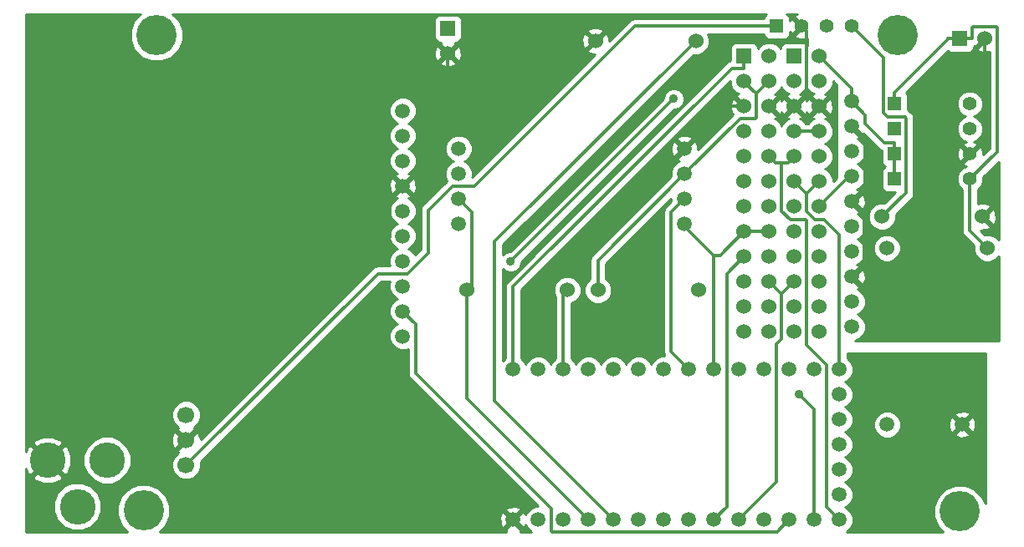
<source format=gbl>
G04 (created by PCBNEW-RS274X (2012-apr-16-27)-stable) date Wed 26 Mar 2014 03:50:35 PM EDT*
G01*
G70*
G90*
%MOIN*%
G04 Gerber Fmt 3.4, Leading zero omitted, Abs format*
%FSLAX34Y34*%
G04 APERTURE LIST*
%ADD10C,0.006000*%
%ADD11C,0.141700*%
%ADD12C,0.059100*%
%ADD13C,0.060000*%
%ADD14C,0.066900*%
%ADD15R,0.060000X0.060000*%
%ADD16R,0.055000X0.055000*%
%ADD17C,0.055000*%
%ADD18C,0.160000*%
%ADD19C,0.035000*%
%ADD20C,0.014000*%
%ADD21C,0.013900*%
%ADD22C,0.010000*%
G04 APERTURE END LIST*
G54D10*
G54D11*
X40158Y-48819D03*
X42520Y-48819D03*
X41339Y-50669D03*
G54D12*
X54303Y-38870D03*
X54303Y-39870D03*
X54303Y-37870D03*
X54303Y-40870D03*
X54303Y-41870D03*
X54303Y-42870D03*
X54303Y-43870D03*
X54303Y-36870D03*
X54303Y-35870D03*
X54303Y-34870D03*
G54D13*
X66075Y-42028D03*
X62075Y-42028D03*
X73591Y-40354D03*
X77591Y-40354D03*
X73400Y-39100D03*
X77400Y-39100D03*
X56858Y-42028D03*
X60858Y-42028D03*
G54D14*
X45669Y-49016D03*
X45669Y-48016D03*
X45669Y-47016D03*
G54D15*
X69900Y-32700D03*
G54D13*
X70900Y-32700D03*
X69900Y-33700D03*
X70900Y-33700D03*
X69900Y-34700D03*
X70900Y-34700D03*
X69900Y-35700D03*
X70900Y-35700D03*
X69900Y-36700D03*
X70900Y-36700D03*
X69900Y-37700D03*
X70900Y-37700D03*
X69900Y-38700D03*
X70900Y-38700D03*
X69900Y-39700D03*
X70900Y-39700D03*
X69900Y-40700D03*
X70900Y-40700D03*
X69900Y-41700D03*
X70900Y-41700D03*
X69900Y-42700D03*
X70900Y-42700D03*
X69900Y-43700D03*
X70900Y-43700D03*
G54D15*
X67900Y-32700D03*
G54D13*
X68900Y-32700D03*
X67900Y-33700D03*
X68900Y-33700D03*
X67900Y-34700D03*
X68900Y-34700D03*
X67900Y-35700D03*
X68900Y-35700D03*
X67900Y-36700D03*
X68900Y-36700D03*
X67900Y-37700D03*
X68900Y-37700D03*
X67900Y-38700D03*
X68900Y-38700D03*
X67900Y-39700D03*
X68900Y-39700D03*
X67900Y-40700D03*
X68900Y-40700D03*
X67900Y-41700D03*
X68900Y-41700D03*
X67900Y-42700D03*
X68900Y-42700D03*
X67900Y-43700D03*
X68900Y-43700D03*
G54D15*
X56102Y-31587D03*
G54D13*
X56102Y-32587D03*
G54D16*
X73900Y-37600D03*
G54D17*
X76900Y-37600D03*
G54D16*
X73900Y-34600D03*
G54D17*
X76900Y-34600D03*
G54D16*
X73900Y-36600D03*
G54D17*
X76900Y-36600D03*
G54D16*
X73900Y-35600D03*
G54D17*
X76900Y-35600D03*
G54D16*
X69200Y-31500D03*
G54D17*
X70200Y-31500D03*
X71200Y-31500D03*
X72200Y-31500D03*
G54D12*
X72200Y-38500D03*
X72200Y-37500D03*
X72200Y-36500D03*
X72200Y-34500D03*
X72200Y-35500D03*
X72200Y-39500D03*
X72200Y-40500D03*
X72200Y-41500D03*
X72200Y-42500D03*
X72200Y-43500D03*
X56531Y-36394D03*
X56531Y-37394D03*
X56531Y-38394D03*
X56531Y-39394D03*
X65531Y-39394D03*
X65531Y-38394D03*
X65531Y-37394D03*
X65531Y-36394D03*
G54D18*
X43976Y-50827D03*
G54D13*
X61976Y-32087D03*
X65976Y-32087D03*
G54D12*
X73604Y-47400D03*
X76596Y-47400D03*
G54D18*
X44488Y-31850D03*
X74016Y-31850D03*
X76496Y-50866D03*
G54D12*
X58700Y-51200D03*
X59700Y-51200D03*
X60700Y-51200D03*
X71700Y-51200D03*
X61700Y-51200D03*
X62700Y-51200D03*
X63700Y-51200D03*
X64700Y-51200D03*
X65700Y-51200D03*
X66700Y-51200D03*
X67700Y-51200D03*
X68700Y-51200D03*
X69700Y-51200D03*
X70700Y-51200D03*
X71700Y-45200D03*
X70700Y-45200D03*
X69700Y-45200D03*
X68700Y-45200D03*
X67700Y-45200D03*
X66700Y-45200D03*
X65700Y-45200D03*
X64700Y-45200D03*
X63700Y-45200D03*
X62700Y-45200D03*
X61700Y-45200D03*
X60700Y-45200D03*
X59700Y-45200D03*
X58700Y-45200D03*
X71700Y-50200D03*
X71700Y-49200D03*
X71700Y-48200D03*
X71700Y-47200D03*
X71700Y-46200D03*
G54D15*
X76500Y-32000D03*
G54D13*
X77500Y-32000D03*
G54D19*
X70100Y-46200D03*
X65100Y-34400D03*
X58600Y-40900D03*
X73400Y-46700D03*
G54D20*
X67751Y-35174D02*
X65531Y-37394D01*
X68360Y-35174D02*
X67751Y-35174D01*
X68374Y-35160D02*
X68360Y-35174D01*
X68374Y-34200D02*
X68374Y-35160D01*
X62075Y-40850D02*
X62075Y-42028D01*
X65531Y-37394D02*
X62075Y-40850D01*
X60700Y-42186D02*
X60858Y-42028D01*
X60700Y-45200D02*
X60700Y-42186D01*
X68400Y-34200D02*
X68374Y-34200D01*
X68900Y-33700D02*
X68400Y-34200D01*
X67900Y-33726D02*
X67900Y-33700D01*
X68374Y-34200D02*
X67900Y-33726D01*
X73900Y-37600D02*
X73900Y-36600D01*
X73900Y-36600D02*
X73900Y-36152D01*
X72736Y-35036D02*
X72200Y-34500D01*
X72736Y-35396D02*
X72736Y-35036D01*
X73492Y-36152D02*
X72736Y-35396D01*
X73900Y-36152D02*
X73492Y-36152D01*
X72200Y-34000D02*
X70900Y-32700D01*
X72200Y-34500D02*
X72200Y-34000D01*
X67900Y-32700D02*
X67900Y-33173D01*
X67427Y-33173D02*
X67900Y-33173D01*
X58700Y-41900D02*
X67427Y-33173D01*
X58700Y-45200D02*
X58700Y-41900D01*
X77500Y-36000D02*
X76900Y-36600D01*
X77500Y-32000D02*
X77500Y-36000D01*
X72697Y-41003D02*
X72697Y-38997D01*
X72730Y-36030D02*
X72730Y-37970D01*
X72730Y-37970D02*
X72200Y-38500D01*
X72200Y-35500D02*
X72730Y-36030D01*
X72200Y-41500D02*
X72697Y-41003D01*
X72697Y-38997D02*
X72200Y-38500D01*
X69400Y-36950D02*
X69150Y-36950D01*
X69400Y-36950D02*
X69400Y-38869D01*
X71200Y-45034D02*
X71200Y-50700D01*
X70400Y-39253D02*
X70400Y-44234D01*
X70360Y-39213D02*
X70400Y-39253D01*
X70400Y-44234D02*
X71200Y-45034D01*
X69150Y-36950D02*
X68900Y-36700D01*
X69650Y-36950D02*
X69400Y-36950D01*
X69400Y-38869D02*
X69744Y-39213D01*
X71200Y-50700D02*
X71700Y-51200D01*
X69744Y-39213D02*
X70360Y-39213D01*
X69900Y-36700D02*
X69650Y-36950D01*
G54D21*
X70100Y-46200D02*
X70700Y-46800D01*
X70700Y-46800D02*
X70700Y-51200D01*
X65100Y-34400D02*
X58600Y-40900D01*
G54D20*
X70900Y-35700D02*
X69900Y-35700D01*
X66700Y-51200D02*
X67208Y-50692D01*
X67208Y-50692D02*
X67208Y-41392D01*
X67208Y-41392D02*
X67900Y-40700D01*
X70400Y-38200D02*
X70900Y-37700D01*
X71096Y-39226D02*
X70737Y-39226D01*
X70737Y-39226D02*
X70400Y-38889D01*
X70400Y-38889D02*
X70400Y-38200D01*
X70400Y-38200D02*
X69900Y-37700D01*
X71700Y-39830D02*
X71096Y-39226D01*
X71700Y-45200D02*
X71700Y-39830D01*
X72100Y-37500D02*
X72200Y-37500D01*
X65700Y-45200D02*
X65001Y-44501D01*
X65001Y-38924D02*
X65531Y-38394D01*
X65001Y-44501D02*
X65001Y-38924D01*
X70900Y-38700D02*
X72100Y-37500D01*
X68900Y-39700D02*
X67900Y-39700D01*
X66700Y-45200D02*
X66700Y-40658D01*
X66942Y-40658D02*
X66700Y-40658D01*
X67900Y-39700D02*
X66942Y-40658D01*
X65531Y-39489D02*
X65531Y-39394D01*
X66700Y-40658D02*
X65531Y-39489D01*
X69400Y-42200D02*
X69900Y-41700D01*
X69400Y-43974D02*
X69400Y-42200D01*
X69200Y-44174D02*
X69400Y-43974D01*
X69200Y-49700D02*
X69200Y-44174D01*
X67700Y-51200D02*
X69200Y-49700D01*
X69400Y-42200D02*
X68900Y-41700D01*
X70200Y-31500D02*
X70374Y-31674D01*
X67225Y-34700D02*
X67900Y-34700D01*
X53773Y-38400D02*
X54303Y-37870D01*
X70400Y-34200D02*
X70374Y-34200D01*
X70900Y-34700D02*
X70400Y-34200D01*
X69900Y-34674D02*
X69900Y-34700D01*
X70374Y-34200D02*
X69900Y-34674D01*
X65531Y-36394D02*
X67225Y-34700D01*
G54D21*
X73400Y-46700D02*
X75900Y-46700D01*
X75900Y-46700D02*
X76596Y-47396D01*
G54D20*
X54303Y-37870D02*
X56102Y-36071D01*
G54D21*
X76596Y-47396D02*
X76596Y-47400D01*
G54D20*
X70374Y-31674D02*
X70374Y-34200D01*
X53773Y-39912D02*
X53773Y-38400D01*
X45669Y-48016D02*
X53773Y-39912D01*
X56102Y-36071D02*
X56102Y-32587D01*
X60270Y-51695D02*
X60230Y-51655D01*
X69700Y-51200D02*
X69205Y-51695D01*
X69205Y-51695D02*
X60270Y-51695D01*
X60230Y-51655D02*
X60230Y-50760D01*
X54833Y-45363D02*
X54833Y-43400D01*
X54833Y-43400D02*
X54303Y-42870D01*
X60230Y-50760D02*
X54833Y-45363D01*
X57061Y-38924D02*
X56531Y-38394D01*
X57061Y-41825D02*
X57061Y-38924D01*
X56858Y-42028D02*
X57061Y-41825D01*
X56858Y-46358D02*
X56858Y-42028D01*
X61700Y-51200D02*
X56858Y-46358D01*
X55330Y-38857D02*
X55330Y-40537D01*
X54497Y-41370D02*
X53315Y-41370D01*
X55330Y-40537D02*
X54497Y-41370D01*
X53315Y-41370D02*
X45669Y-49016D01*
X56293Y-37894D02*
X55330Y-38857D01*
X63539Y-31500D02*
X57145Y-37894D01*
X69200Y-31500D02*
X63539Y-31500D01*
X57145Y-37894D02*
X56293Y-37894D01*
X74349Y-38151D02*
X73400Y-39100D01*
X74349Y-35169D02*
X74349Y-38151D01*
X74309Y-35129D02*
X74349Y-35169D01*
X73634Y-35129D02*
X74309Y-35129D01*
X73452Y-34947D02*
X73634Y-35129D01*
X73452Y-32752D02*
X73452Y-34947D01*
X72200Y-31500D02*
X73452Y-32752D01*
X57967Y-40096D02*
X65976Y-32087D01*
X57967Y-46467D02*
X57967Y-40096D01*
X62700Y-51200D02*
X57967Y-46467D01*
X76027Y-32025D02*
X73900Y-34152D01*
X76027Y-32000D02*
X76027Y-32025D01*
X73900Y-34600D02*
X73900Y-34152D01*
X76900Y-39663D02*
X76900Y-37600D01*
X77591Y-40354D02*
X76900Y-39663D01*
X76500Y-32000D02*
X76973Y-32000D01*
X76973Y-31567D02*
X76973Y-32000D01*
X77013Y-31527D02*
X76973Y-31567D01*
X77953Y-31527D02*
X77013Y-31527D01*
X77992Y-31566D02*
X77953Y-31527D01*
X77992Y-36508D02*
X77992Y-31566D01*
X76900Y-37600D02*
X77992Y-36508D01*
X76500Y-32000D02*
X76027Y-32000D01*
G54D10*
G36*
X67971Y-34700D02*
X67900Y-34771D01*
X67829Y-34700D01*
X67794Y-34665D01*
X67522Y-34392D01*
X67428Y-34419D01*
X67357Y-34621D01*
X67368Y-34834D01*
X67428Y-34981D01*
X67466Y-34992D01*
X67434Y-35025D01*
X67440Y-35031D01*
X66067Y-36405D01*
X66059Y-36260D01*
X65999Y-36115D01*
X65906Y-36090D01*
X65835Y-36161D01*
X65835Y-36019D01*
X65810Y-35926D01*
X65609Y-35854D01*
X65397Y-35866D01*
X65252Y-35926D01*
X65227Y-36019D01*
X65531Y-36323D01*
X65835Y-36019D01*
X65835Y-36161D01*
X65637Y-36359D01*
X65602Y-36394D01*
X65531Y-36465D01*
X65496Y-36500D01*
X65460Y-36536D01*
X65460Y-36394D01*
X65156Y-36090D01*
X65063Y-36115D01*
X64991Y-36316D01*
X65003Y-36528D01*
X65063Y-36673D01*
X65156Y-36698D01*
X65460Y-36394D01*
X65460Y-36536D01*
X65227Y-36769D01*
X65252Y-36862D01*
X65328Y-36889D01*
X65223Y-36933D01*
X65070Y-37086D01*
X64987Y-37286D01*
X64987Y-37485D01*
X61849Y-40624D01*
X61779Y-40727D01*
X61755Y-40850D01*
X61755Y-41572D01*
X61610Y-41717D01*
X61526Y-41919D01*
X61526Y-42137D01*
X61610Y-42339D01*
X61764Y-42493D01*
X61966Y-42577D01*
X62184Y-42577D01*
X62386Y-42493D01*
X62540Y-42339D01*
X62624Y-42137D01*
X62624Y-41919D01*
X62540Y-41717D01*
X62395Y-41572D01*
X62395Y-40982D01*
X64987Y-38390D01*
X64987Y-38485D01*
X64775Y-38698D01*
X64705Y-38801D01*
X64681Y-38924D01*
X64681Y-44501D01*
X64705Y-44624D01*
X64726Y-44656D01*
X64592Y-44656D01*
X64392Y-44739D01*
X64239Y-44892D01*
X64200Y-44985D01*
X64161Y-44892D01*
X64008Y-44739D01*
X63808Y-44656D01*
X63592Y-44656D01*
X63392Y-44739D01*
X63239Y-44892D01*
X63200Y-44985D01*
X63161Y-44892D01*
X63008Y-44739D01*
X62808Y-44656D01*
X62592Y-44656D01*
X62392Y-44739D01*
X62239Y-44892D01*
X62200Y-44985D01*
X62161Y-44892D01*
X62008Y-44739D01*
X61808Y-44656D01*
X61592Y-44656D01*
X61392Y-44739D01*
X61239Y-44892D01*
X61200Y-44985D01*
X61161Y-44892D01*
X61020Y-44751D01*
X61020Y-42554D01*
X61169Y-42493D01*
X61323Y-42339D01*
X61407Y-42137D01*
X61407Y-41919D01*
X61323Y-41717D01*
X61169Y-41563D01*
X60967Y-41479D01*
X60749Y-41479D01*
X60547Y-41563D01*
X60393Y-41717D01*
X60309Y-41919D01*
X60309Y-42137D01*
X60380Y-42307D01*
X60380Y-44751D01*
X60239Y-44892D01*
X60200Y-44985D01*
X60161Y-44892D01*
X60008Y-44739D01*
X59808Y-44656D01*
X59592Y-44656D01*
X59392Y-44739D01*
X59239Y-44892D01*
X59200Y-44985D01*
X59161Y-44892D01*
X59020Y-44751D01*
X59020Y-42032D01*
X67351Y-33701D01*
X67351Y-33809D01*
X67435Y-34011D01*
X67589Y-34165D01*
X67680Y-34202D01*
X67619Y-34228D01*
X67592Y-34322D01*
X67865Y-34594D01*
X67900Y-34629D01*
X67971Y-34700D01*
X67971Y-34700D01*
G37*
G54D22*
X67971Y-34700D02*
X67900Y-34771D01*
X67829Y-34700D01*
X67794Y-34665D01*
X67522Y-34392D01*
X67428Y-34419D01*
X67357Y-34621D01*
X67368Y-34834D01*
X67428Y-34981D01*
X67466Y-34992D01*
X67434Y-35025D01*
X67440Y-35031D01*
X66067Y-36405D01*
X66059Y-36260D01*
X65999Y-36115D01*
X65906Y-36090D01*
X65835Y-36161D01*
X65835Y-36019D01*
X65810Y-35926D01*
X65609Y-35854D01*
X65397Y-35866D01*
X65252Y-35926D01*
X65227Y-36019D01*
X65531Y-36323D01*
X65835Y-36019D01*
X65835Y-36161D01*
X65637Y-36359D01*
X65602Y-36394D01*
X65531Y-36465D01*
X65496Y-36500D01*
X65460Y-36536D01*
X65460Y-36394D01*
X65156Y-36090D01*
X65063Y-36115D01*
X64991Y-36316D01*
X65003Y-36528D01*
X65063Y-36673D01*
X65156Y-36698D01*
X65460Y-36394D01*
X65460Y-36536D01*
X65227Y-36769D01*
X65252Y-36862D01*
X65328Y-36889D01*
X65223Y-36933D01*
X65070Y-37086D01*
X64987Y-37286D01*
X64987Y-37485D01*
X61849Y-40624D01*
X61779Y-40727D01*
X61755Y-40850D01*
X61755Y-41572D01*
X61610Y-41717D01*
X61526Y-41919D01*
X61526Y-42137D01*
X61610Y-42339D01*
X61764Y-42493D01*
X61966Y-42577D01*
X62184Y-42577D01*
X62386Y-42493D01*
X62540Y-42339D01*
X62624Y-42137D01*
X62624Y-41919D01*
X62540Y-41717D01*
X62395Y-41572D01*
X62395Y-40982D01*
X64987Y-38390D01*
X64987Y-38485D01*
X64775Y-38698D01*
X64705Y-38801D01*
X64681Y-38924D01*
X64681Y-44501D01*
X64705Y-44624D01*
X64726Y-44656D01*
X64592Y-44656D01*
X64392Y-44739D01*
X64239Y-44892D01*
X64200Y-44985D01*
X64161Y-44892D01*
X64008Y-44739D01*
X63808Y-44656D01*
X63592Y-44656D01*
X63392Y-44739D01*
X63239Y-44892D01*
X63200Y-44985D01*
X63161Y-44892D01*
X63008Y-44739D01*
X62808Y-44656D01*
X62592Y-44656D01*
X62392Y-44739D01*
X62239Y-44892D01*
X62200Y-44985D01*
X62161Y-44892D01*
X62008Y-44739D01*
X61808Y-44656D01*
X61592Y-44656D01*
X61392Y-44739D01*
X61239Y-44892D01*
X61200Y-44985D01*
X61161Y-44892D01*
X61020Y-44751D01*
X61020Y-42554D01*
X61169Y-42493D01*
X61323Y-42339D01*
X61407Y-42137D01*
X61407Y-41919D01*
X61323Y-41717D01*
X61169Y-41563D01*
X60967Y-41479D01*
X60749Y-41479D01*
X60547Y-41563D01*
X60393Y-41717D01*
X60309Y-41919D01*
X60309Y-42137D01*
X60380Y-42307D01*
X60380Y-44751D01*
X60239Y-44892D01*
X60200Y-44985D01*
X60161Y-44892D01*
X60008Y-44739D01*
X59808Y-44656D01*
X59592Y-44656D01*
X59392Y-44739D01*
X59239Y-44892D01*
X59200Y-44985D01*
X59161Y-44892D01*
X59020Y-44751D01*
X59020Y-42032D01*
X67351Y-33701D01*
X67351Y-33809D01*
X67435Y-34011D01*
X67589Y-34165D01*
X67680Y-34202D01*
X67619Y-34228D01*
X67592Y-34322D01*
X67865Y-34594D01*
X67900Y-34629D01*
X67971Y-34700D01*
G54D10*
G36*
X68796Y-31009D02*
X68784Y-31014D01*
X68714Y-31084D01*
X68676Y-31175D01*
X68676Y-31180D01*
X63539Y-31180D01*
X63417Y-31204D01*
X63382Y-31227D01*
X63312Y-31274D01*
X62514Y-32071D01*
X62508Y-31953D01*
X62448Y-31806D01*
X62354Y-31779D01*
X62284Y-31849D01*
X62284Y-31709D01*
X62257Y-31615D01*
X62055Y-31544D01*
X61842Y-31555D01*
X61695Y-31615D01*
X61668Y-31709D01*
X61976Y-32016D01*
X62284Y-31709D01*
X62284Y-31849D01*
X62047Y-32087D01*
X61976Y-32158D01*
X61905Y-32228D01*
X61905Y-32087D01*
X61598Y-31779D01*
X61504Y-31806D01*
X61433Y-32008D01*
X61444Y-32221D01*
X61504Y-32368D01*
X61598Y-32395D01*
X61905Y-32087D01*
X61905Y-32228D01*
X61668Y-32465D01*
X61695Y-32559D01*
X61897Y-32630D01*
X61959Y-32626D01*
X57067Y-37519D01*
X57075Y-37502D01*
X57075Y-37286D01*
X56992Y-37086D01*
X56839Y-36933D01*
X56745Y-36894D01*
X56839Y-36855D01*
X56992Y-36702D01*
X57075Y-36502D01*
X57075Y-36286D01*
X56992Y-36086D01*
X56839Y-35933D01*
X56651Y-35854D01*
X56651Y-31937D01*
X56651Y-31838D01*
X56651Y-31238D01*
X56613Y-31146D01*
X56543Y-31076D01*
X56452Y-31038D01*
X56353Y-31038D01*
X55753Y-31038D01*
X55661Y-31076D01*
X55591Y-31146D01*
X55553Y-31237D01*
X55553Y-31336D01*
X55553Y-31936D01*
X55591Y-32028D01*
X55661Y-32098D01*
X55752Y-32136D01*
X55814Y-32136D01*
X55794Y-32209D01*
X56102Y-32516D01*
X56410Y-32209D01*
X56389Y-32136D01*
X56451Y-32136D01*
X56543Y-32098D01*
X56613Y-32028D01*
X56651Y-31937D01*
X56651Y-35854D01*
X56645Y-35852D01*
X56645Y-32666D01*
X56634Y-32453D01*
X56574Y-32306D01*
X56480Y-32279D01*
X56173Y-32587D01*
X56480Y-32895D01*
X56574Y-32868D01*
X56645Y-32666D01*
X56645Y-35852D01*
X56639Y-35850D01*
X56423Y-35850D01*
X56410Y-35855D01*
X56410Y-32965D01*
X56102Y-32658D01*
X56031Y-32728D01*
X56031Y-32587D01*
X55724Y-32279D01*
X55630Y-32306D01*
X55559Y-32508D01*
X55570Y-32721D01*
X55630Y-32868D01*
X55724Y-32895D01*
X56031Y-32587D01*
X56031Y-32728D01*
X55794Y-32965D01*
X55821Y-33059D01*
X56023Y-33130D01*
X56236Y-33119D01*
X56383Y-33059D01*
X56410Y-32965D01*
X56410Y-35855D01*
X56223Y-35933D01*
X56070Y-36086D01*
X55987Y-36286D01*
X55987Y-36502D01*
X56070Y-36702D01*
X56223Y-36855D01*
X56316Y-36894D01*
X56223Y-36933D01*
X56070Y-37086D01*
X55987Y-37286D01*
X55987Y-37502D01*
X56058Y-37675D01*
X55104Y-38631D01*
X55034Y-38734D01*
X55010Y-38857D01*
X55010Y-40405D01*
X54790Y-40624D01*
X54764Y-40562D01*
X54611Y-40409D01*
X54517Y-40370D01*
X54611Y-40331D01*
X54764Y-40178D01*
X54847Y-39978D01*
X54847Y-39762D01*
X54764Y-39562D01*
X54611Y-39409D01*
X54517Y-39370D01*
X54611Y-39331D01*
X54764Y-39178D01*
X54847Y-38978D01*
X54847Y-38762D01*
X54847Y-36978D01*
X54847Y-36762D01*
X54764Y-36562D01*
X54611Y-36409D01*
X54517Y-36370D01*
X54611Y-36331D01*
X54764Y-36178D01*
X54847Y-35978D01*
X54847Y-35762D01*
X54764Y-35562D01*
X54611Y-35409D01*
X54517Y-35370D01*
X54611Y-35331D01*
X54764Y-35178D01*
X54847Y-34978D01*
X54847Y-34762D01*
X54764Y-34562D01*
X54611Y-34409D01*
X54411Y-34326D01*
X54195Y-34326D01*
X53995Y-34409D01*
X53842Y-34562D01*
X53759Y-34762D01*
X53759Y-34978D01*
X53842Y-35178D01*
X53995Y-35331D01*
X54088Y-35370D01*
X53995Y-35409D01*
X53842Y-35562D01*
X53759Y-35762D01*
X53759Y-35978D01*
X53842Y-36178D01*
X53995Y-36331D01*
X54088Y-36370D01*
X53995Y-36409D01*
X53842Y-36562D01*
X53759Y-36762D01*
X53759Y-36978D01*
X53842Y-37178D01*
X53995Y-37331D01*
X54095Y-37372D01*
X54024Y-37402D01*
X53999Y-37495D01*
X54303Y-37799D01*
X54607Y-37495D01*
X54582Y-37402D01*
X54505Y-37374D01*
X54611Y-37331D01*
X54764Y-37178D01*
X54847Y-36978D01*
X54847Y-38762D01*
X54843Y-38752D01*
X54843Y-37948D01*
X54831Y-37736D01*
X54771Y-37591D01*
X54678Y-37566D01*
X54374Y-37870D01*
X54678Y-38174D01*
X54771Y-38149D01*
X54843Y-37948D01*
X54843Y-38752D01*
X54764Y-38562D01*
X54611Y-38409D01*
X54510Y-38367D01*
X54582Y-38338D01*
X54607Y-38245D01*
X54303Y-37941D01*
X54232Y-38012D01*
X54232Y-37870D01*
X53928Y-37566D01*
X53835Y-37591D01*
X53763Y-37792D01*
X53775Y-38004D01*
X53835Y-38149D01*
X53928Y-38174D01*
X54232Y-37870D01*
X54232Y-38012D01*
X53999Y-38245D01*
X54024Y-38338D01*
X54100Y-38365D01*
X53995Y-38409D01*
X53842Y-38562D01*
X53759Y-38762D01*
X53759Y-38978D01*
X53842Y-39178D01*
X53995Y-39331D01*
X54088Y-39370D01*
X53995Y-39409D01*
X53842Y-39562D01*
X53759Y-39762D01*
X53759Y-39978D01*
X53842Y-40178D01*
X53995Y-40331D01*
X54088Y-40370D01*
X53995Y-40409D01*
X53842Y-40562D01*
X53759Y-40762D01*
X53759Y-40978D01*
X53788Y-41050D01*
X53315Y-41050D01*
X53192Y-41074D01*
X53089Y-41144D01*
X46253Y-47979D01*
X46253Y-47132D01*
X46253Y-46900D01*
X46164Y-46685D01*
X46000Y-46521D01*
X45785Y-46432D01*
X45553Y-46432D01*
X45338Y-46521D01*
X45174Y-46685D01*
X45085Y-46900D01*
X45085Y-47132D01*
X45174Y-47347D01*
X45338Y-47511D01*
X45366Y-47522D01*
X45337Y-47614D01*
X45669Y-47945D01*
X46001Y-47614D01*
X45971Y-47522D01*
X46000Y-47511D01*
X46164Y-47347D01*
X46253Y-47132D01*
X46253Y-47979D01*
X46240Y-47992D01*
X46235Y-47876D01*
X46168Y-47715D01*
X46071Y-47684D01*
X45740Y-48016D01*
X45669Y-48087D01*
X45598Y-48157D01*
X45598Y-48016D01*
X45267Y-47684D01*
X45170Y-47715D01*
X45093Y-47929D01*
X45103Y-48156D01*
X45170Y-48317D01*
X45267Y-48348D01*
X45598Y-48016D01*
X45598Y-48157D01*
X45337Y-48418D01*
X45366Y-48509D01*
X45338Y-48521D01*
X45174Y-48685D01*
X45085Y-48900D01*
X45085Y-49132D01*
X45174Y-49347D01*
X45338Y-49511D01*
X45553Y-49600D01*
X45785Y-49600D01*
X46000Y-49511D01*
X46164Y-49347D01*
X46253Y-49132D01*
X46253Y-48900D01*
X46248Y-48888D01*
X53447Y-41690D01*
X53788Y-41690D01*
X53759Y-41762D01*
X53759Y-41978D01*
X53842Y-42178D01*
X53995Y-42331D01*
X54088Y-42370D01*
X53995Y-42409D01*
X53842Y-42562D01*
X53759Y-42762D01*
X53759Y-42978D01*
X53842Y-43178D01*
X53995Y-43331D01*
X54088Y-43370D01*
X53995Y-43409D01*
X53842Y-43562D01*
X53759Y-43762D01*
X53759Y-43978D01*
X53842Y-44178D01*
X53995Y-44331D01*
X54195Y-44414D01*
X54411Y-44414D01*
X54513Y-44371D01*
X54513Y-45363D01*
X54537Y-45486D01*
X54607Y-45589D01*
X59673Y-50656D01*
X59592Y-50656D01*
X59392Y-50739D01*
X59239Y-50892D01*
X59197Y-50992D01*
X59168Y-50921D01*
X59075Y-50896D01*
X59004Y-50967D01*
X59004Y-50825D01*
X58979Y-50732D01*
X58778Y-50660D01*
X58566Y-50672D01*
X58421Y-50732D01*
X58396Y-50825D01*
X58700Y-51129D01*
X59004Y-50825D01*
X59004Y-50967D01*
X58771Y-51200D01*
X59075Y-51504D01*
X59168Y-51479D01*
X59195Y-51402D01*
X59239Y-51508D01*
X59392Y-51661D01*
X59411Y-51669D01*
X58976Y-51669D01*
X58979Y-51668D01*
X59004Y-51575D01*
X58700Y-51271D01*
X58629Y-51342D01*
X58629Y-51200D01*
X58325Y-50896D01*
X58232Y-50921D01*
X58160Y-51122D01*
X58172Y-51334D01*
X58232Y-51479D01*
X58325Y-51504D01*
X58629Y-51200D01*
X58629Y-51342D01*
X58396Y-51575D01*
X58421Y-51668D01*
X58423Y-51669D01*
X44618Y-51669D01*
X44866Y-51422D01*
X45026Y-51037D01*
X45026Y-50619D01*
X44866Y-50233D01*
X44571Y-49937D01*
X44186Y-49777D01*
X43768Y-49777D01*
X43477Y-49897D01*
X43477Y-49010D01*
X43477Y-48629D01*
X43331Y-48277D01*
X43062Y-48008D01*
X42711Y-47862D01*
X42330Y-47862D01*
X41978Y-48008D01*
X41709Y-48277D01*
X41563Y-48628D01*
X41563Y-49009D01*
X41709Y-49361D01*
X41978Y-49630D01*
X42329Y-49776D01*
X42710Y-49776D01*
X43062Y-49630D01*
X43331Y-49361D01*
X43477Y-49010D01*
X43477Y-49897D01*
X43382Y-49937D01*
X43086Y-50232D01*
X42926Y-50617D01*
X42926Y-51035D01*
X43086Y-51421D01*
X43333Y-51669D01*
X42296Y-51669D01*
X42296Y-50860D01*
X42296Y-50479D01*
X42150Y-50127D01*
X41881Y-49858D01*
X41530Y-49712D01*
X41149Y-49712D01*
X41099Y-49732D01*
X41099Y-48994D01*
X41095Y-48620D01*
X40961Y-48298D01*
X40826Y-48222D01*
X40755Y-48293D01*
X40755Y-48151D01*
X40679Y-48016D01*
X40333Y-47878D01*
X39959Y-47882D01*
X39637Y-48016D01*
X39561Y-48151D01*
X40158Y-48748D01*
X40755Y-48151D01*
X40755Y-48293D01*
X40229Y-48819D01*
X40826Y-49416D01*
X40961Y-49340D01*
X41099Y-48994D01*
X41099Y-49732D01*
X40797Y-49858D01*
X40755Y-49900D01*
X40755Y-49487D01*
X40158Y-48890D01*
X39561Y-49487D01*
X39637Y-49622D01*
X39983Y-49760D01*
X40357Y-49756D01*
X40679Y-49622D01*
X40755Y-49487D01*
X40755Y-49900D01*
X40528Y-50127D01*
X40382Y-50478D01*
X40382Y-50859D01*
X40528Y-51211D01*
X40797Y-51480D01*
X41148Y-51626D01*
X41529Y-51626D01*
X41881Y-51480D01*
X42150Y-51211D01*
X42296Y-50860D01*
X42296Y-51669D01*
X39276Y-51669D01*
X39276Y-49150D01*
X39355Y-49340D01*
X39490Y-49416D01*
X40087Y-48819D01*
X39490Y-48222D01*
X39355Y-48298D01*
X39276Y-48496D01*
X39276Y-31009D01*
X43844Y-31009D01*
X43598Y-31255D01*
X43438Y-31640D01*
X43438Y-32058D01*
X43598Y-32444D01*
X43893Y-32740D01*
X44278Y-32900D01*
X44696Y-32900D01*
X45082Y-32740D01*
X45378Y-32445D01*
X45538Y-32060D01*
X45538Y-31642D01*
X45378Y-31256D01*
X45131Y-31009D01*
X68796Y-31009D01*
X68796Y-31009D01*
G37*
G54D22*
X68796Y-31009D02*
X68784Y-31014D01*
X68714Y-31084D01*
X68676Y-31175D01*
X68676Y-31180D01*
X63539Y-31180D01*
X63417Y-31204D01*
X63382Y-31227D01*
X63312Y-31274D01*
X62514Y-32071D01*
X62508Y-31953D01*
X62448Y-31806D01*
X62354Y-31779D01*
X62284Y-31849D01*
X62284Y-31709D01*
X62257Y-31615D01*
X62055Y-31544D01*
X61842Y-31555D01*
X61695Y-31615D01*
X61668Y-31709D01*
X61976Y-32016D01*
X62284Y-31709D01*
X62284Y-31849D01*
X62047Y-32087D01*
X61976Y-32158D01*
X61905Y-32228D01*
X61905Y-32087D01*
X61598Y-31779D01*
X61504Y-31806D01*
X61433Y-32008D01*
X61444Y-32221D01*
X61504Y-32368D01*
X61598Y-32395D01*
X61905Y-32087D01*
X61905Y-32228D01*
X61668Y-32465D01*
X61695Y-32559D01*
X61897Y-32630D01*
X61959Y-32626D01*
X57067Y-37519D01*
X57075Y-37502D01*
X57075Y-37286D01*
X56992Y-37086D01*
X56839Y-36933D01*
X56745Y-36894D01*
X56839Y-36855D01*
X56992Y-36702D01*
X57075Y-36502D01*
X57075Y-36286D01*
X56992Y-36086D01*
X56839Y-35933D01*
X56651Y-35854D01*
X56651Y-31937D01*
X56651Y-31838D01*
X56651Y-31238D01*
X56613Y-31146D01*
X56543Y-31076D01*
X56452Y-31038D01*
X56353Y-31038D01*
X55753Y-31038D01*
X55661Y-31076D01*
X55591Y-31146D01*
X55553Y-31237D01*
X55553Y-31336D01*
X55553Y-31936D01*
X55591Y-32028D01*
X55661Y-32098D01*
X55752Y-32136D01*
X55814Y-32136D01*
X55794Y-32209D01*
X56102Y-32516D01*
X56410Y-32209D01*
X56389Y-32136D01*
X56451Y-32136D01*
X56543Y-32098D01*
X56613Y-32028D01*
X56651Y-31937D01*
X56651Y-35854D01*
X56645Y-35852D01*
X56645Y-32666D01*
X56634Y-32453D01*
X56574Y-32306D01*
X56480Y-32279D01*
X56173Y-32587D01*
X56480Y-32895D01*
X56574Y-32868D01*
X56645Y-32666D01*
X56645Y-35852D01*
X56639Y-35850D01*
X56423Y-35850D01*
X56410Y-35855D01*
X56410Y-32965D01*
X56102Y-32658D01*
X56031Y-32728D01*
X56031Y-32587D01*
X55724Y-32279D01*
X55630Y-32306D01*
X55559Y-32508D01*
X55570Y-32721D01*
X55630Y-32868D01*
X55724Y-32895D01*
X56031Y-32587D01*
X56031Y-32728D01*
X55794Y-32965D01*
X55821Y-33059D01*
X56023Y-33130D01*
X56236Y-33119D01*
X56383Y-33059D01*
X56410Y-32965D01*
X56410Y-35855D01*
X56223Y-35933D01*
X56070Y-36086D01*
X55987Y-36286D01*
X55987Y-36502D01*
X56070Y-36702D01*
X56223Y-36855D01*
X56316Y-36894D01*
X56223Y-36933D01*
X56070Y-37086D01*
X55987Y-37286D01*
X55987Y-37502D01*
X56058Y-37675D01*
X55104Y-38631D01*
X55034Y-38734D01*
X55010Y-38857D01*
X55010Y-40405D01*
X54790Y-40624D01*
X54764Y-40562D01*
X54611Y-40409D01*
X54517Y-40370D01*
X54611Y-40331D01*
X54764Y-40178D01*
X54847Y-39978D01*
X54847Y-39762D01*
X54764Y-39562D01*
X54611Y-39409D01*
X54517Y-39370D01*
X54611Y-39331D01*
X54764Y-39178D01*
X54847Y-38978D01*
X54847Y-38762D01*
X54847Y-36978D01*
X54847Y-36762D01*
X54764Y-36562D01*
X54611Y-36409D01*
X54517Y-36370D01*
X54611Y-36331D01*
X54764Y-36178D01*
X54847Y-35978D01*
X54847Y-35762D01*
X54764Y-35562D01*
X54611Y-35409D01*
X54517Y-35370D01*
X54611Y-35331D01*
X54764Y-35178D01*
X54847Y-34978D01*
X54847Y-34762D01*
X54764Y-34562D01*
X54611Y-34409D01*
X54411Y-34326D01*
X54195Y-34326D01*
X53995Y-34409D01*
X53842Y-34562D01*
X53759Y-34762D01*
X53759Y-34978D01*
X53842Y-35178D01*
X53995Y-35331D01*
X54088Y-35370D01*
X53995Y-35409D01*
X53842Y-35562D01*
X53759Y-35762D01*
X53759Y-35978D01*
X53842Y-36178D01*
X53995Y-36331D01*
X54088Y-36370D01*
X53995Y-36409D01*
X53842Y-36562D01*
X53759Y-36762D01*
X53759Y-36978D01*
X53842Y-37178D01*
X53995Y-37331D01*
X54095Y-37372D01*
X54024Y-37402D01*
X53999Y-37495D01*
X54303Y-37799D01*
X54607Y-37495D01*
X54582Y-37402D01*
X54505Y-37374D01*
X54611Y-37331D01*
X54764Y-37178D01*
X54847Y-36978D01*
X54847Y-38762D01*
X54843Y-38752D01*
X54843Y-37948D01*
X54831Y-37736D01*
X54771Y-37591D01*
X54678Y-37566D01*
X54374Y-37870D01*
X54678Y-38174D01*
X54771Y-38149D01*
X54843Y-37948D01*
X54843Y-38752D01*
X54764Y-38562D01*
X54611Y-38409D01*
X54510Y-38367D01*
X54582Y-38338D01*
X54607Y-38245D01*
X54303Y-37941D01*
X54232Y-38012D01*
X54232Y-37870D01*
X53928Y-37566D01*
X53835Y-37591D01*
X53763Y-37792D01*
X53775Y-38004D01*
X53835Y-38149D01*
X53928Y-38174D01*
X54232Y-37870D01*
X54232Y-38012D01*
X53999Y-38245D01*
X54024Y-38338D01*
X54100Y-38365D01*
X53995Y-38409D01*
X53842Y-38562D01*
X53759Y-38762D01*
X53759Y-38978D01*
X53842Y-39178D01*
X53995Y-39331D01*
X54088Y-39370D01*
X53995Y-39409D01*
X53842Y-39562D01*
X53759Y-39762D01*
X53759Y-39978D01*
X53842Y-40178D01*
X53995Y-40331D01*
X54088Y-40370D01*
X53995Y-40409D01*
X53842Y-40562D01*
X53759Y-40762D01*
X53759Y-40978D01*
X53788Y-41050D01*
X53315Y-41050D01*
X53192Y-41074D01*
X53089Y-41144D01*
X46253Y-47979D01*
X46253Y-47132D01*
X46253Y-46900D01*
X46164Y-46685D01*
X46000Y-46521D01*
X45785Y-46432D01*
X45553Y-46432D01*
X45338Y-46521D01*
X45174Y-46685D01*
X45085Y-46900D01*
X45085Y-47132D01*
X45174Y-47347D01*
X45338Y-47511D01*
X45366Y-47522D01*
X45337Y-47614D01*
X45669Y-47945D01*
X46001Y-47614D01*
X45971Y-47522D01*
X46000Y-47511D01*
X46164Y-47347D01*
X46253Y-47132D01*
X46253Y-47979D01*
X46240Y-47992D01*
X46235Y-47876D01*
X46168Y-47715D01*
X46071Y-47684D01*
X45740Y-48016D01*
X45669Y-48087D01*
X45598Y-48157D01*
X45598Y-48016D01*
X45267Y-47684D01*
X45170Y-47715D01*
X45093Y-47929D01*
X45103Y-48156D01*
X45170Y-48317D01*
X45267Y-48348D01*
X45598Y-48016D01*
X45598Y-48157D01*
X45337Y-48418D01*
X45366Y-48509D01*
X45338Y-48521D01*
X45174Y-48685D01*
X45085Y-48900D01*
X45085Y-49132D01*
X45174Y-49347D01*
X45338Y-49511D01*
X45553Y-49600D01*
X45785Y-49600D01*
X46000Y-49511D01*
X46164Y-49347D01*
X46253Y-49132D01*
X46253Y-48900D01*
X46248Y-48888D01*
X53447Y-41690D01*
X53788Y-41690D01*
X53759Y-41762D01*
X53759Y-41978D01*
X53842Y-42178D01*
X53995Y-42331D01*
X54088Y-42370D01*
X53995Y-42409D01*
X53842Y-42562D01*
X53759Y-42762D01*
X53759Y-42978D01*
X53842Y-43178D01*
X53995Y-43331D01*
X54088Y-43370D01*
X53995Y-43409D01*
X53842Y-43562D01*
X53759Y-43762D01*
X53759Y-43978D01*
X53842Y-44178D01*
X53995Y-44331D01*
X54195Y-44414D01*
X54411Y-44414D01*
X54513Y-44371D01*
X54513Y-45363D01*
X54537Y-45486D01*
X54607Y-45589D01*
X59673Y-50656D01*
X59592Y-50656D01*
X59392Y-50739D01*
X59239Y-50892D01*
X59197Y-50992D01*
X59168Y-50921D01*
X59075Y-50896D01*
X59004Y-50967D01*
X59004Y-50825D01*
X58979Y-50732D01*
X58778Y-50660D01*
X58566Y-50672D01*
X58421Y-50732D01*
X58396Y-50825D01*
X58700Y-51129D01*
X59004Y-50825D01*
X59004Y-50967D01*
X58771Y-51200D01*
X59075Y-51504D01*
X59168Y-51479D01*
X59195Y-51402D01*
X59239Y-51508D01*
X59392Y-51661D01*
X59411Y-51669D01*
X58976Y-51669D01*
X58979Y-51668D01*
X59004Y-51575D01*
X58700Y-51271D01*
X58629Y-51342D01*
X58629Y-51200D01*
X58325Y-50896D01*
X58232Y-50921D01*
X58160Y-51122D01*
X58172Y-51334D01*
X58232Y-51479D01*
X58325Y-51504D01*
X58629Y-51200D01*
X58629Y-51342D01*
X58396Y-51575D01*
X58421Y-51668D01*
X58423Y-51669D01*
X44618Y-51669D01*
X44866Y-51422D01*
X45026Y-51037D01*
X45026Y-50619D01*
X44866Y-50233D01*
X44571Y-49937D01*
X44186Y-49777D01*
X43768Y-49777D01*
X43477Y-49897D01*
X43477Y-49010D01*
X43477Y-48629D01*
X43331Y-48277D01*
X43062Y-48008D01*
X42711Y-47862D01*
X42330Y-47862D01*
X41978Y-48008D01*
X41709Y-48277D01*
X41563Y-48628D01*
X41563Y-49009D01*
X41709Y-49361D01*
X41978Y-49630D01*
X42329Y-49776D01*
X42710Y-49776D01*
X43062Y-49630D01*
X43331Y-49361D01*
X43477Y-49010D01*
X43477Y-49897D01*
X43382Y-49937D01*
X43086Y-50232D01*
X42926Y-50617D01*
X42926Y-51035D01*
X43086Y-51421D01*
X43333Y-51669D01*
X42296Y-51669D01*
X42296Y-50860D01*
X42296Y-50479D01*
X42150Y-50127D01*
X41881Y-49858D01*
X41530Y-49712D01*
X41149Y-49712D01*
X41099Y-49732D01*
X41099Y-48994D01*
X41095Y-48620D01*
X40961Y-48298D01*
X40826Y-48222D01*
X40755Y-48293D01*
X40755Y-48151D01*
X40679Y-48016D01*
X40333Y-47878D01*
X39959Y-47882D01*
X39637Y-48016D01*
X39561Y-48151D01*
X40158Y-48748D01*
X40755Y-48151D01*
X40755Y-48293D01*
X40229Y-48819D01*
X40826Y-49416D01*
X40961Y-49340D01*
X41099Y-48994D01*
X41099Y-49732D01*
X40797Y-49858D01*
X40755Y-49900D01*
X40755Y-49487D01*
X40158Y-48890D01*
X39561Y-49487D01*
X39637Y-49622D01*
X39983Y-49760D01*
X40357Y-49756D01*
X40679Y-49622D01*
X40755Y-49487D01*
X40755Y-49900D01*
X40528Y-50127D01*
X40382Y-50478D01*
X40382Y-50859D01*
X40528Y-51211D01*
X40797Y-51480D01*
X41148Y-51626D01*
X41529Y-51626D01*
X41881Y-51480D01*
X42150Y-51211D01*
X42296Y-50860D01*
X42296Y-51669D01*
X39276Y-51669D01*
X39276Y-49150D01*
X39355Y-49340D01*
X39490Y-49416D01*
X40087Y-48819D01*
X39490Y-48222D01*
X39355Y-48298D01*
X39276Y-48496D01*
X39276Y-31009D01*
X43844Y-31009D01*
X43598Y-31255D01*
X43438Y-31640D01*
X43438Y-32058D01*
X43598Y-32444D01*
X43893Y-32740D01*
X44278Y-32900D01*
X44696Y-32900D01*
X45082Y-32740D01*
X45378Y-32445D01*
X45538Y-32060D01*
X45538Y-31642D01*
X45378Y-31256D01*
X45131Y-31009D01*
X68796Y-31009D01*
G54D10*
G36*
X70422Y-32285D02*
X70411Y-32259D01*
X70341Y-32189D01*
X70250Y-32151D01*
X70151Y-32151D01*
X69551Y-32151D01*
X69459Y-32189D01*
X69389Y-32259D01*
X69351Y-32350D01*
X69351Y-32375D01*
X69211Y-32235D01*
X69009Y-32151D01*
X68791Y-32151D01*
X68589Y-32235D01*
X68449Y-32375D01*
X68449Y-32351D01*
X68411Y-32259D01*
X68341Y-32189D01*
X68250Y-32151D01*
X68151Y-32151D01*
X67551Y-32151D01*
X67459Y-32189D01*
X67389Y-32259D01*
X67351Y-32350D01*
X67351Y-32449D01*
X67351Y-32867D01*
X67305Y-32877D01*
X67303Y-32877D01*
X67303Y-32878D01*
X67200Y-32947D01*
X58474Y-41674D01*
X58404Y-41777D01*
X58380Y-41900D01*
X58380Y-44751D01*
X58287Y-44844D01*
X58287Y-41188D01*
X58359Y-41260D01*
X58515Y-41325D01*
X58684Y-41325D01*
X58840Y-41261D01*
X58960Y-41141D01*
X59025Y-40985D01*
X59025Y-40926D01*
X65126Y-34825D01*
X65184Y-34825D01*
X65340Y-34761D01*
X65460Y-34641D01*
X65525Y-34485D01*
X65525Y-34316D01*
X65461Y-34160D01*
X65341Y-34040D01*
X65185Y-33975D01*
X65016Y-33975D01*
X64860Y-34039D01*
X64740Y-34159D01*
X64675Y-34315D01*
X64675Y-34373D01*
X58573Y-40475D01*
X58516Y-40475D01*
X58360Y-40539D01*
X58287Y-40612D01*
X58287Y-40228D01*
X65879Y-32636D01*
X66085Y-32636D01*
X66287Y-32552D01*
X66441Y-32398D01*
X66525Y-32196D01*
X66525Y-31978D01*
X66459Y-31820D01*
X68676Y-31820D01*
X68676Y-31824D01*
X68714Y-31916D01*
X68784Y-31986D01*
X68875Y-32024D01*
X68974Y-32024D01*
X69524Y-32024D01*
X69616Y-31986D01*
X69686Y-31916D01*
X69724Y-31825D01*
X69724Y-31726D01*
X69724Y-31708D01*
X69748Y-31767D01*
X69839Y-31790D01*
X70129Y-31500D01*
X69839Y-31210D01*
X69748Y-31233D01*
X69724Y-31302D01*
X69724Y-31176D01*
X69686Y-31084D01*
X69616Y-31014D01*
X69604Y-31009D01*
X70028Y-31009D01*
X69933Y-31048D01*
X69910Y-31139D01*
X70165Y-31394D01*
X70200Y-31429D01*
X70271Y-31500D01*
X70200Y-31571D01*
X70165Y-31606D01*
X69910Y-31861D01*
X69933Y-31952D01*
X70126Y-32019D01*
X70330Y-32008D01*
X70422Y-31970D01*
X70422Y-32285D01*
X70422Y-32285D01*
G37*
G54D22*
X70422Y-32285D02*
X70411Y-32259D01*
X70341Y-32189D01*
X70250Y-32151D01*
X70151Y-32151D01*
X69551Y-32151D01*
X69459Y-32189D01*
X69389Y-32259D01*
X69351Y-32350D01*
X69351Y-32375D01*
X69211Y-32235D01*
X69009Y-32151D01*
X68791Y-32151D01*
X68589Y-32235D01*
X68449Y-32375D01*
X68449Y-32351D01*
X68411Y-32259D01*
X68341Y-32189D01*
X68250Y-32151D01*
X68151Y-32151D01*
X67551Y-32151D01*
X67459Y-32189D01*
X67389Y-32259D01*
X67351Y-32350D01*
X67351Y-32449D01*
X67351Y-32867D01*
X67305Y-32877D01*
X67303Y-32877D01*
X67303Y-32878D01*
X67200Y-32947D01*
X58474Y-41674D01*
X58404Y-41777D01*
X58380Y-41900D01*
X58380Y-44751D01*
X58287Y-44844D01*
X58287Y-41188D01*
X58359Y-41260D01*
X58515Y-41325D01*
X58684Y-41325D01*
X58840Y-41261D01*
X58960Y-41141D01*
X59025Y-40985D01*
X59025Y-40926D01*
X65126Y-34825D01*
X65184Y-34825D01*
X65340Y-34761D01*
X65460Y-34641D01*
X65525Y-34485D01*
X65525Y-34316D01*
X65461Y-34160D01*
X65341Y-34040D01*
X65185Y-33975D01*
X65016Y-33975D01*
X64860Y-34039D01*
X64740Y-34159D01*
X64675Y-34315D01*
X64675Y-34373D01*
X58573Y-40475D01*
X58516Y-40475D01*
X58360Y-40539D01*
X58287Y-40612D01*
X58287Y-40228D01*
X65879Y-32636D01*
X66085Y-32636D01*
X66287Y-32552D01*
X66441Y-32398D01*
X66525Y-32196D01*
X66525Y-31978D01*
X66459Y-31820D01*
X68676Y-31820D01*
X68676Y-31824D01*
X68714Y-31916D01*
X68784Y-31986D01*
X68875Y-32024D01*
X68974Y-32024D01*
X69524Y-32024D01*
X69616Y-31986D01*
X69686Y-31916D01*
X69724Y-31825D01*
X69724Y-31726D01*
X69724Y-31708D01*
X69748Y-31767D01*
X69839Y-31790D01*
X70129Y-31500D01*
X69839Y-31210D01*
X69748Y-31233D01*
X69724Y-31302D01*
X69724Y-31176D01*
X69686Y-31084D01*
X69616Y-31014D01*
X69604Y-31009D01*
X70028Y-31009D01*
X69933Y-31048D01*
X69910Y-31139D01*
X70165Y-31394D01*
X70200Y-31429D01*
X70271Y-31500D01*
X70200Y-31571D01*
X70165Y-31606D01*
X69910Y-31861D01*
X69933Y-31952D01*
X70126Y-32019D01*
X70330Y-32008D01*
X70422Y-31970D01*
X70422Y-32285D01*
G54D10*
G36*
X71604Y-37544D02*
X71449Y-37699D01*
X71449Y-37591D01*
X71365Y-37389D01*
X71211Y-37235D01*
X71126Y-37200D01*
X71211Y-37165D01*
X71365Y-37011D01*
X71449Y-36809D01*
X71449Y-36591D01*
X71365Y-36389D01*
X71211Y-36235D01*
X71126Y-36200D01*
X71211Y-36165D01*
X71365Y-36011D01*
X71449Y-35809D01*
X71449Y-35591D01*
X71443Y-35576D01*
X71443Y-34779D01*
X71432Y-34566D01*
X71372Y-34419D01*
X71278Y-34392D01*
X70971Y-34700D01*
X71278Y-35008D01*
X71372Y-34981D01*
X71443Y-34779D01*
X71443Y-35576D01*
X71365Y-35389D01*
X71211Y-35235D01*
X71119Y-35197D01*
X71181Y-35172D01*
X71208Y-35078D01*
X70900Y-34771D01*
X70829Y-34841D01*
X70829Y-34700D01*
X70522Y-34392D01*
X70428Y-34419D01*
X70402Y-34492D01*
X70372Y-34419D01*
X70278Y-34392D01*
X69971Y-34700D01*
X70278Y-35008D01*
X70372Y-34981D01*
X70397Y-34907D01*
X70428Y-34981D01*
X70522Y-35008D01*
X70829Y-34700D01*
X70829Y-34841D01*
X70592Y-35078D01*
X70619Y-35172D01*
X70684Y-35195D01*
X70589Y-35235D01*
X70444Y-35380D01*
X70356Y-35380D01*
X70211Y-35235D01*
X70119Y-35197D01*
X70181Y-35172D01*
X70208Y-35078D01*
X69900Y-34771D01*
X69829Y-34841D01*
X69829Y-34700D01*
X69522Y-34392D01*
X69428Y-34419D01*
X69402Y-34492D01*
X69372Y-34419D01*
X69278Y-34392D01*
X68971Y-34700D01*
X69278Y-35008D01*
X69372Y-34981D01*
X69397Y-34907D01*
X69428Y-34981D01*
X69522Y-35008D01*
X69829Y-34700D01*
X69829Y-34841D01*
X69592Y-35078D01*
X69619Y-35172D01*
X69684Y-35195D01*
X69589Y-35235D01*
X69435Y-35389D01*
X69400Y-35473D01*
X69365Y-35389D01*
X69211Y-35235D01*
X69119Y-35197D01*
X69181Y-35172D01*
X69208Y-35078D01*
X68935Y-34806D01*
X68900Y-34771D01*
X68829Y-34700D01*
X68900Y-34629D01*
X68935Y-34594D01*
X69208Y-34322D01*
X69181Y-34228D01*
X69115Y-34204D01*
X69211Y-34165D01*
X69365Y-34011D01*
X69400Y-33926D01*
X69435Y-34011D01*
X69589Y-34165D01*
X69680Y-34202D01*
X69619Y-34228D01*
X69592Y-34322D01*
X69900Y-34629D01*
X70208Y-34322D01*
X70181Y-34228D01*
X70115Y-34204D01*
X70211Y-34165D01*
X70365Y-34011D01*
X70400Y-33926D01*
X70435Y-34011D01*
X70589Y-34165D01*
X70680Y-34202D01*
X70619Y-34228D01*
X70592Y-34322D01*
X70900Y-34629D01*
X71208Y-34322D01*
X71181Y-34228D01*
X71115Y-34204D01*
X71211Y-34165D01*
X71365Y-34011D01*
X71449Y-33809D01*
X71449Y-33701D01*
X71604Y-33856D01*
X71604Y-37544D01*
X71604Y-37544D01*
G37*
G54D22*
X71604Y-37544D02*
X71449Y-37699D01*
X71449Y-37591D01*
X71365Y-37389D01*
X71211Y-37235D01*
X71126Y-37200D01*
X71211Y-37165D01*
X71365Y-37011D01*
X71449Y-36809D01*
X71449Y-36591D01*
X71365Y-36389D01*
X71211Y-36235D01*
X71126Y-36200D01*
X71211Y-36165D01*
X71365Y-36011D01*
X71449Y-35809D01*
X71449Y-35591D01*
X71443Y-35576D01*
X71443Y-34779D01*
X71432Y-34566D01*
X71372Y-34419D01*
X71278Y-34392D01*
X70971Y-34700D01*
X71278Y-35008D01*
X71372Y-34981D01*
X71443Y-34779D01*
X71443Y-35576D01*
X71365Y-35389D01*
X71211Y-35235D01*
X71119Y-35197D01*
X71181Y-35172D01*
X71208Y-35078D01*
X70900Y-34771D01*
X70829Y-34841D01*
X70829Y-34700D01*
X70522Y-34392D01*
X70428Y-34419D01*
X70402Y-34492D01*
X70372Y-34419D01*
X70278Y-34392D01*
X69971Y-34700D01*
X70278Y-35008D01*
X70372Y-34981D01*
X70397Y-34907D01*
X70428Y-34981D01*
X70522Y-35008D01*
X70829Y-34700D01*
X70829Y-34841D01*
X70592Y-35078D01*
X70619Y-35172D01*
X70684Y-35195D01*
X70589Y-35235D01*
X70444Y-35380D01*
X70356Y-35380D01*
X70211Y-35235D01*
X70119Y-35197D01*
X70181Y-35172D01*
X70208Y-35078D01*
X69900Y-34771D01*
X69829Y-34841D01*
X69829Y-34700D01*
X69522Y-34392D01*
X69428Y-34419D01*
X69402Y-34492D01*
X69372Y-34419D01*
X69278Y-34392D01*
X68971Y-34700D01*
X69278Y-35008D01*
X69372Y-34981D01*
X69397Y-34907D01*
X69428Y-34981D01*
X69522Y-35008D01*
X69829Y-34700D01*
X69829Y-34841D01*
X69592Y-35078D01*
X69619Y-35172D01*
X69684Y-35195D01*
X69589Y-35235D01*
X69435Y-35389D01*
X69400Y-35473D01*
X69365Y-35389D01*
X69211Y-35235D01*
X69119Y-35197D01*
X69181Y-35172D01*
X69208Y-35078D01*
X68935Y-34806D01*
X68900Y-34771D01*
X68829Y-34700D01*
X68900Y-34629D01*
X68935Y-34594D01*
X69208Y-34322D01*
X69181Y-34228D01*
X69115Y-34204D01*
X69211Y-34165D01*
X69365Y-34011D01*
X69400Y-33926D01*
X69435Y-34011D01*
X69589Y-34165D01*
X69680Y-34202D01*
X69619Y-34228D01*
X69592Y-34322D01*
X69900Y-34629D01*
X70208Y-34322D01*
X70181Y-34228D01*
X70115Y-34204D01*
X70211Y-34165D01*
X70365Y-34011D01*
X70400Y-33926D01*
X70435Y-34011D01*
X70589Y-34165D01*
X70680Y-34202D01*
X70619Y-34228D01*
X70592Y-34322D01*
X70900Y-34629D01*
X71208Y-34322D01*
X71181Y-34228D01*
X71115Y-34204D01*
X71211Y-34165D01*
X71365Y-34011D01*
X71449Y-33809D01*
X71449Y-33701D01*
X71604Y-33856D01*
X71604Y-37544D01*
G54D10*
G36*
X77509Y-50568D02*
X77386Y-50272D01*
X77136Y-50021D01*
X77136Y-47478D01*
X77124Y-47266D01*
X77064Y-47121D01*
X76971Y-47096D01*
X76900Y-47167D01*
X76900Y-47025D01*
X76875Y-46932D01*
X76674Y-46860D01*
X76462Y-46872D01*
X76317Y-46932D01*
X76292Y-47025D01*
X76596Y-47329D01*
X76900Y-47025D01*
X76900Y-47167D01*
X76667Y-47400D01*
X76971Y-47704D01*
X77064Y-47679D01*
X77136Y-47478D01*
X77136Y-50021D01*
X77091Y-49976D01*
X76900Y-49896D01*
X76900Y-47775D01*
X76596Y-47471D01*
X76525Y-47542D01*
X76525Y-47400D01*
X76221Y-47096D01*
X76128Y-47121D01*
X76056Y-47322D01*
X76068Y-47534D01*
X76128Y-47679D01*
X76221Y-47704D01*
X76525Y-47400D01*
X76525Y-47542D01*
X76292Y-47775D01*
X76317Y-47868D01*
X76518Y-47940D01*
X76730Y-47928D01*
X76875Y-47868D01*
X76900Y-47775D01*
X76900Y-49896D01*
X76706Y-49816D01*
X76288Y-49816D01*
X75902Y-49976D01*
X75606Y-50271D01*
X75446Y-50656D01*
X75446Y-51074D01*
X75606Y-51460D01*
X75814Y-51669D01*
X74148Y-51669D01*
X74148Y-47508D01*
X74148Y-47292D01*
X74065Y-47092D01*
X73912Y-46939D01*
X73712Y-46856D01*
X73496Y-46856D01*
X73296Y-46939D01*
X73143Y-47092D01*
X73060Y-47292D01*
X73060Y-47508D01*
X73143Y-47708D01*
X73296Y-47861D01*
X73496Y-47944D01*
X73712Y-47944D01*
X73912Y-47861D01*
X74065Y-47708D01*
X74148Y-47508D01*
X74148Y-51669D01*
X71988Y-51669D01*
X72008Y-51661D01*
X72161Y-51508D01*
X72244Y-51308D01*
X72244Y-51092D01*
X72161Y-50892D01*
X72008Y-50739D01*
X71914Y-50700D01*
X72008Y-50661D01*
X72161Y-50508D01*
X72244Y-50308D01*
X72244Y-50092D01*
X72161Y-49892D01*
X72008Y-49739D01*
X71914Y-49700D01*
X72008Y-49661D01*
X72161Y-49508D01*
X72244Y-49308D01*
X72244Y-49092D01*
X72161Y-48892D01*
X72008Y-48739D01*
X71914Y-48700D01*
X72008Y-48661D01*
X72161Y-48508D01*
X72244Y-48308D01*
X72244Y-48092D01*
X72161Y-47892D01*
X72008Y-47739D01*
X71914Y-47700D01*
X72008Y-47661D01*
X72161Y-47508D01*
X72244Y-47308D01*
X72244Y-47092D01*
X72161Y-46892D01*
X72008Y-46739D01*
X71914Y-46700D01*
X72008Y-46661D01*
X72161Y-46508D01*
X72244Y-46308D01*
X72244Y-46092D01*
X72161Y-45892D01*
X72008Y-45739D01*
X71914Y-45700D01*
X72008Y-45661D01*
X72161Y-45508D01*
X72244Y-45308D01*
X72244Y-45092D01*
X72161Y-44892D01*
X72020Y-44751D01*
X72020Y-44538D01*
X77509Y-44538D01*
X77509Y-50568D01*
X77509Y-50568D01*
G37*
G54D22*
X77509Y-50568D02*
X77386Y-50272D01*
X77136Y-50021D01*
X77136Y-47478D01*
X77124Y-47266D01*
X77064Y-47121D01*
X76971Y-47096D01*
X76900Y-47167D01*
X76900Y-47025D01*
X76875Y-46932D01*
X76674Y-46860D01*
X76462Y-46872D01*
X76317Y-46932D01*
X76292Y-47025D01*
X76596Y-47329D01*
X76900Y-47025D01*
X76900Y-47167D01*
X76667Y-47400D01*
X76971Y-47704D01*
X77064Y-47679D01*
X77136Y-47478D01*
X77136Y-50021D01*
X77091Y-49976D01*
X76900Y-49896D01*
X76900Y-47775D01*
X76596Y-47471D01*
X76525Y-47542D01*
X76525Y-47400D01*
X76221Y-47096D01*
X76128Y-47121D01*
X76056Y-47322D01*
X76068Y-47534D01*
X76128Y-47679D01*
X76221Y-47704D01*
X76525Y-47400D01*
X76525Y-47542D01*
X76292Y-47775D01*
X76317Y-47868D01*
X76518Y-47940D01*
X76730Y-47928D01*
X76875Y-47868D01*
X76900Y-47775D01*
X76900Y-49896D01*
X76706Y-49816D01*
X76288Y-49816D01*
X75902Y-49976D01*
X75606Y-50271D01*
X75446Y-50656D01*
X75446Y-51074D01*
X75606Y-51460D01*
X75814Y-51669D01*
X74148Y-51669D01*
X74148Y-47508D01*
X74148Y-47292D01*
X74065Y-47092D01*
X73912Y-46939D01*
X73712Y-46856D01*
X73496Y-46856D01*
X73296Y-46939D01*
X73143Y-47092D01*
X73060Y-47292D01*
X73060Y-47508D01*
X73143Y-47708D01*
X73296Y-47861D01*
X73496Y-47944D01*
X73712Y-47944D01*
X73912Y-47861D01*
X74065Y-47708D01*
X74148Y-47508D01*
X74148Y-51669D01*
X71988Y-51669D01*
X72008Y-51661D01*
X72161Y-51508D01*
X72244Y-51308D01*
X72244Y-51092D01*
X72161Y-50892D01*
X72008Y-50739D01*
X71914Y-50700D01*
X72008Y-50661D01*
X72161Y-50508D01*
X72244Y-50308D01*
X72244Y-50092D01*
X72161Y-49892D01*
X72008Y-49739D01*
X71914Y-49700D01*
X72008Y-49661D01*
X72161Y-49508D01*
X72244Y-49308D01*
X72244Y-49092D01*
X72161Y-48892D01*
X72008Y-48739D01*
X71914Y-48700D01*
X72008Y-48661D01*
X72161Y-48508D01*
X72244Y-48308D01*
X72244Y-48092D01*
X72161Y-47892D01*
X72008Y-47739D01*
X71914Y-47700D01*
X72008Y-47661D01*
X72161Y-47508D01*
X72244Y-47308D01*
X72244Y-47092D01*
X72161Y-46892D01*
X72008Y-46739D01*
X71914Y-46700D01*
X72008Y-46661D01*
X72161Y-46508D01*
X72244Y-46308D01*
X72244Y-46092D01*
X72161Y-45892D01*
X72008Y-45739D01*
X71914Y-45700D01*
X72008Y-45661D01*
X72161Y-45508D01*
X72244Y-45308D01*
X72244Y-45092D01*
X72161Y-44892D01*
X72020Y-44751D01*
X72020Y-44538D01*
X77509Y-44538D01*
X77509Y-50568D01*
G54D10*
G36*
X73950Y-35650D02*
X73850Y-35650D01*
X73850Y-35550D01*
X73950Y-35550D01*
X73950Y-35650D01*
X73950Y-35650D01*
G37*
G54D22*
X73950Y-35650D02*
X73850Y-35650D01*
X73850Y-35550D01*
X73950Y-35550D01*
X73950Y-35650D01*
G54D10*
G36*
X78046Y-40033D02*
X77943Y-39930D01*
X77943Y-39179D01*
X77932Y-38966D01*
X77872Y-38819D01*
X77778Y-38792D01*
X77471Y-39100D01*
X77778Y-39408D01*
X77872Y-39381D01*
X77943Y-39179D01*
X77943Y-39930D01*
X77902Y-39889D01*
X77700Y-39805D01*
X77494Y-39805D01*
X77331Y-39642D01*
X77534Y-39632D01*
X77681Y-39572D01*
X77708Y-39478D01*
X77435Y-39206D01*
X77400Y-39171D01*
X77329Y-39100D01*
X77400Y-39029D01*
X77435Y-38994D01*
X77708Y-38722D01*
X77681Y-38628D01*
X77479Y-38557D01*
X77266Y-38568D01*
X77220Y-38586D01*
X77220Y-38022D01*
X77345Y-37898D01*
X77425Y-37705D01*
X77425Y-37527D01*
X78046Y-36906D01*
X78046Y-40033D01*
X78046Y-40033D01*
G37*
G54D22*
X78046Y-40033D02*
X77943Y-39930D01*
X77943Y-39179D01*
X77932Y-38966D01*
X77872Y-38819D01*
X77778Y-38792D01*
X77471Y-39100D01*
X77778Y-39408D01*
X77872Y-39381D01*
X77943Y-39179D01*
X77943Y-39930D01*
X77902Y-39889D01*
X77700Y-39805D01*
X77494Y-39805D01*
X77331Y-39642D01*
X77534Y-39632D01*
X77681Y-39572D01*
X77708Y-39478D01*
X77435Y-39206D01*
X77400Y-39171D01*
X77329Y-39100D01*
X77400Y-39029D01*
X77435Y-38994D01*
X77708Y-38722D01*
X77681Y-38628D01*
X77479Y-38557D01*
X77266Y-38568D01*
X77220Y-38586D01*
X77220Y-38022D01*
X77345Y-37898D01*
X77425Y-37705D01*
X77425Y-37527D01*
X78046Y-36906D01*
X78046Y-40033D01*
G54D10*
G36*
X78046Y-44044D02*
X74140Y-44044D01*
X74140Y-40463D01*
X74140Y-40245D01*
X74056Y-40043D01*
X73902Y-39889D01*
X73700Y-39805D01*
X73482Y-39805D01*
X73280Y-39889D01*
X73126Y-40043D01*
X73042Y-40245D01*
X73042Y-40463D01*
X73126Y-40665D01*
X73280Y-40819D01*
X73482Y-40903D01*
X73700Y-40903D01*
X73902Y-40819D01*
X74056Y-40665D01*
X74140Y-40463D01*
X74140Y-44044D01*
X72308Y-44044D01*
X72508Y-43961D01*
X72661Y-43808D01*
X72744Y-43608D01*
X72744Y-43392D01*
X72661Y-43192D01*
X72508Y-43039D01*
X72414Y-43000D01*
X72508Y-42961D01*
X72661Y-42808D01*
X72744Y-42608D01*
X72744Y-42392D01*
X72740Y-42382D01*
X72740Y-41578D01*
X72728Y-41366D01*
X72668Y-41221D01*
X72575Y-41196D01*
X72271Y-41500D01*
X72575Y-41804D01*
X72668Y-41779D01*
X72740Y-41578D01*
X72740Y-42382D01*
X72661Y-42192D01*
X72508Y-42039D01*
X72407Y-41997D01*
X72479Y-41968D01*
X72504Y-41875D01*
X72235Y-41606D01*
X72200Y-41571D01*
X72129Y-41500D01*
X72200Y-41429D01*
X72235Y-41394D01*
X72504Y-41125D01*
X72479Y-41032D01*
X72402Y-41004D01*
X72508Y-40961D01*
X72661Y-40808D01*
X72744Y-40608D01*
X72744Y-40392D01*
X72661Y-40192D01*
X72508Y-40039D01*
X72414Y-40000D01*
X72508Y-39961D01*
X72661Y-39808D01*
X72744Y-39608D01*
X72744Y-39392D01*
X72740Y-39382D01*
X72740Y-38578D01*
X72728Y-38366D01*
X72668Y-38221D01*
X72575Y-38196D01*
X72271Y-38500D01*
X72575Y-38804D01*
X72668Y-38779D01*
X72740Y-38578D01*
X72740Y-39382D01*
X72661Y-39192D01*
X72508Y-39039D01*
X72407Y-38997D01*
X72479Y-38968D01*
X72504Y-38875D01*
X72235Y-38606D01*
X72200Y-38571D01*
X72129Y-38500D01*
X72200Y-38429D01*
X72235Y-38394D01*
X72504Y-38125D01*
X72479Y-38032D01*
X72402Y-38004D01*
X72508Y-37961D01*
X72661Y-37808D01*
X72744Y-37608D01*
X72744Y-37392D01*
X72661Y-37192D01*
X72508Y-37039D01*
X72414Y-37000D01*
X72508Y-36961D01*
X72661Y-36808D01*
X72744Y-36608D01*
X72744Y-36392D01*
X72661Y-36192D01*
X72508Y-36039D01*
X72407Y-35997D01*
X72479Y-35968D01*
X72504Y-35875D01*
X72235Y-35606D01*
X72200Y-35571D01*
X72129Y-35500D01*
X72200Y-35429D01*
X72271Y-35500D01*
X72306Y-35535D01*
X72575Y-35804D01*
X72667Y-35779D01*
X73266Y-36378D01*
X73369Y-36447D01*
X73370Y-36448D01*
X73376Y-36449D01*
X73376Y-36924D01*
X73414Y-37016D01*
X73484Y-37086D01*
X73517Y-37100D01*
X73484Y-37114D01*
X73414Y-37184D01*
X73376Y-37275D01*
X73376Y-37374D01*
X73376Y-37924D01*
X73414Y-38016D01*
X73484Y-38086D01*
X73575Y-38124D01*
X73674Y-38124D01*
X73924Y-38124D01*
X73497Y-38551D01*
X73291Y-38551D01*
X73089Y-38635D01*
X72935Y-38789D01*
X72851Y-38991D01*
X72851Y-39209D01*
X72935Y-39411D01*
X73089Y-39565D01*
X73291Y-39649D01*
X73509Y-39649D01*
X73711Y-39565D01*
X73865Y-39411D01*
X73949Y-39209D01*
X73949Y-39003D01*
X74575Y-38377D01*
X74645Y-38274D01*
X74645Y-38273D01*
X74669Y-38151D01*
X74669Y-35169D01*
X74645Y-35047D01*
X74644Y-35046D01*
X74621Y-35012D01*
X74575Y-34943D01*
X74575Y-34942D01*
X74535Y-34903D01*
X74432Y-34833D01*
X74424Y-34831D01*
X74424Y-34826D01*
X74424Y-34276D01*
X74386Y-34184D01*
X74353Y-34151D01*
X76026Y-32478D01*
X76059Y-32511D01*
X76150Y-32549D01*
X76249Y-32549D01*
X76849Y-32549D01*
X76941Y-32511D01*
X77011Y-32441D01*
X77049Y-32350D01*
X77049Y-32305D01*
X77086Y-32297D01*
X77122Y-32308D01*
X77394Y-32035D01*
X77429Y-32000D01*
X77500Y-31929D01*
X77571Y-32000D01*
X77500Y-32071D01*
X77192Y-32378D01*
X77219Y-32472D01*
X77421Y-32543D01*
X77634Y-32532D01*
X77672Y-32516D01*
X77672Y-36375D01*
X77425Y-36621D01*
X77425Y-35705D01*
X77425Y-35496D01*
X77345Y-35303D01*
X77198Y-35155D01*
X77064Y-35099D01*
X77197Y-35045D01*
X77345Y-34898D01*
X77425Y-34705D01*
X77425Y-34496D01*
X77345Y-34303D01*
X77198Y-34155D01*
X77005Y-34075D01*
X76796Y-34075D01*
X76603Y-34155D01*
X76455Y-34302D01*
X76375Y-34495D01*
X76375Y-34704D01*
X76455Y-34897D01*
X76602Y-35045D01*
X76735Y-35100D01*
X76603Y-35155D01*
X76455Y-35302D01*
X76375Y-35495D01*
X76375Y-35704D01*
X76455Y-35897D01*
X76602Y-36045D01*
X76742Y-36103D01*
X76633Y-36148D01*
X76610Y-36239D01*
X76900Y-36529D01*
X77190Y-36239D01*
X77167Y-36148D01*
X77048Y-36106D01*
X77197Y-36045D01*
X77345Y-35898D01*
X77425Y-35705D01*
X77425Y-36621D01*
X77416Y-36630D01*
X77408Y-36470D01*
X77352Y-36333D01*
X77261Y-36310D01*
X77006Y-36565D01*
X76971Y-36600D01*
X76900Y-36671D01*
X76865Y-36706D01*
X76829Y-36742D01*
X76829Y-36600D01*
X76539Y-36310D01*
X76448Y-36333D01*
X76381Y-36526D01*
X76392Y-36730D01*
X76448Y-36867D01*
X76539Y-36890D01*
X76829Y-36600D01*
X76829Y-36742D01*
X76610Y-36961D01*
X76633Y-37052D01*
X76751Y-37093D01*
X76603Y-37155D01*
X76455Y-37302D01*
X76375Y-37495D01*
X76375Y-37704D01*
X76455Y-37897D01*
X76580Y-38022D01*
X76580Y-39663D01*
X76604Y-39786D01*
X76674Y-39889D01*
X77042Y-40257D01*
X77042Y-40463D01*
X77126Y-40665D01*
X77280Y-40819D01*
X77482Y-40903D01*
X77700Y-40903D01*
X77902Y-40819D01*
X78046Y-40675D01*
X78046Y-44044D01*
X78046Y-44044D01*
G37*
G54D22*
X78046Y-44044D02*
X74140Y-44044D01*
X74140Y-40463D01*
X74140Y-40245D01*
X74056Y-40043D01*
X73902Y-39889D01*
X73700Y-39805D01*
X73482Y-39805D01*
X73280Y-39889D01*
X73126Y-40043D01*
X73042Y-40245D01*
X73042Y-40463D01*
X73126Y-40665D01*
X73280Y-40819D01*
X73482Y-40903D01*
X73700Y-40903D01*
X73902Y-40819D01*
X74056Y-40665D01*
X74140Y-40463D01*
X74140Y-44044D01*
X72308Y-44044D01*
X72508Y-43961D01*
X72661Y-43808D01*
X72744Y-43608D01*
X72744Y-43392D01*
X72661Y-43192D01*
X72508Y-43039D01*
X72414Y-43000D01*
X72508Y-42961D01*
X72661Y-42808D01*
X72744Y-42608D01*
X72744Y-42392D01*
X72740Y-42382D01*
X72740Y-41578D01*
X72728Y-41366D01*
X72668Y-41221D01*
X72575Y-41196D01*
X72271Y-41500D01*
X72575Y-41804D01*
X72668Y-41779D01*
X72740Y-41578D01*
X72740Y-42382D01*
X72661Y-42192D01*
X72508Y-42039D01*
X72407Y-41997D01*
X72479Y-41968D01*
X72504Y-41875D01*
X72235Y-41606D01*
X72200Y-41571D01*
X72129Y-41500D01*
X72200Y-41429D01*
X72235Y-41394D01*
X72504Y-41125D01*
X72479Y-41032D01*
X72402Y-41004D01*
X72508Y-40961D01*
X72661Y-40808D01*
X72744Y-40608D01*
X72744Y-40392D01*
X72661Y-40192D01*
X72508Y-40039D01*
X72414Y-40000D01*
X72508Y-39961D01*
X72661Y-39808D01*
X72744Y-39608D01*
X72744Y-39392D01*
X72740Y-39382D01*
X72740Y-38578D01*
X72728Y-38366D01*
X72668Y-38221D01*
X72575Y-38196D01*
X72271Y-38500D01*
X72575Y-38804D01*
X72668Y-38779D01*
X72740Y-38578D01*
X72740Y-39382D01*
X72661Y-39192D01*
X72508Y-39039D01*
X72407Y-38997D01*
X72479Y-38968D01*
X72504Y-38875D01*
X72235Y-38606D01*
X72200Y-38571D01*
X72129Y-38500D01*
X72200Y-38429D01*
X72235Y-38394D01*
X72504Y-38125D01*
X72479Y-38032D01*
X72402Y-38004D01*
X72508Y-37961D01*
X72661Y-37808D01*
X72744Y-37608D01*
X72744Y-37392D01*
X72661Y-37192D01*
X72508Y-37039D01*
X72414Y-37000D01*
X72508Y-36961D01*
X72661Y-36808D01*
X72744Y-36608D01*
X72744Y-36392D01*
X72661Y-36192D01*
X72508Y-36039D01*
X72407Y-35997D01*
X72479Y-35968D01*
X72504Y-35875D01*
X72235Y-35606D01*
X72200Y-35571D01*
X72129Y-35500D01*
X72200Y-35429D01*
X72271Y-35500D01*
X72306Y-35535D01*
X72575Y-35804D01*
X72667Y-35779D01*
X73266Y-36378D01*
X73369Y-36447D01*
X73370Y-36448D01*
X73376Y-36449D01*
X73376Y-36924D01*
X73414Y-37016D01*
X73484Y-37086D01*
X73517Y-37100D01*
X73484Y-37114D01*
X73414Y-37184D01*
X73376Y-37275D01*
X73376Y-37374D01*
X73376Y-37924D01*
X73414Y-38016D01*
X73484Y-38086D01*
X73575Y-38124D01*
X73674Y-38124D01*
X73924Y-38124D01*
X73497Y-38551D01*
X73291Y-38551D01*
X73089Y-38635D01*
X72935Y-38789D01*
X72851Y-38991D01*
X72851Y-39209D01*
X72935Y-39411D01*
X73089Y-39565D01*
X73291Y-39649D01*
X73509Y-39649D01*
X73711Y-39565D01*
X73865Y-39411D01*
X73949Y-39209D01*
X73949Y-39003D01*
X74575Y-38377D01*
X74645Y-38274D01*
X74645Y-38273D01*
X74669Y-38151D01*
X74669Y-35169D01*
X74645Y-35047D01*
X74644Y-35046D01*
X74621Y-35012D01*
X74575Y-34943D01*
X74575Y-34942D01*
X74535Y-34903D01*
X74432Y-34833D01*
X74424Y-34831D01*
X74424Y-34826D01*
X74424Y-34276D01*
X74386Y-34184D01*
X74353Y-34151D01*
X76026Y-32478D01*
X76059Y-32511D01*
X76150Y-32549D01*
X76249Y-32549D01*
X76849Y-32549D01*
X76941Y-32511D01*
X77011Y-32441D01*
X77049Y-32350D01*
X77049Y-32305D01*
X77086Y-32297D01*
X77122Y-32308D01*
X77394Y-32035D01*
X77429Y-32000D01*
X77500Y-31929D01*
X77571Y-32000D01*
X77500Y-32071D01*
X77192Y-32378D01*
X77219Y-32472D01*
X77421Y-32543D01*
X77634Y-32532D01*
X77672Y-32516D01*
X77672Y-36375D01*
X77425Y-36621D01*
X77425Y-35705D01*
X77425Y-35496D01*
X77345Y-35303D01*
X77198Y-35155D01*
X77064Y-35099D01*
X77197Y-35045D01*
X77345Y-34898D01*
X77425Y-34705D01*
X77425Y-34496D01*
X77345Y-34303D01*
X77198Y-34155D01*
X77005Y-34075D01*
X76796Y-34075D01*
X76603Y-34155D01*
X76455Y-34302D01*
X76375Y-34495D01*
X76375Y-34704D01*
X76455Y-34897D01*
X76602Y-35045D01*
X76735Y-35100D01*
X76603Y-35155D01*
X76455Y-35302D01*
X76375Y-35495D01*
X76375Y-35704D01*
X76455Y-35897D01*
X76602Y-36045D01*
X76742Y-36103D01*
X76633Y-36148D01*
X76610Y-36239D01*
X76900Y-36529D01*
X77190Y-36239D01*
X77167Y-36148D01*
X77048Y-36106D01*
X77197Y-36045D01*
X77345Y-35898D01*
X77425Y-35705D01*
X77425Y-36621D01*
X77416Y-36630D01*
X77408Y-36470D01*
X77352Y-36333D01*
X77261Y-36310D01*
X77006Y-36565D01*
X76971Y-36600D01*
X76900Y-36671D01*
X76865Y-36706D01*
X76829Y-36742D01*
X76829Y-36600D01*
X76539Y-36310D01*
X76448Y-36333D01*
X76381Y-36526D01*
X76392Y-36730D01*
X76448Y-36867D01*
X76539Y-36890D01*
X76829Y-36600D01*
X76829Y-36742D01*
X76610Y-36961D01*
X76633Y-37052D01*
X76751Y-37093D01*
X76603Y-37155D01*
X76455Y-37302D01*
X76375Y-37495D01*
X76375Y-37704D01*
X76455Y-37897D01*
X76580Y-38022D01*
X76580Y-39663D01*
X76604Y-39786D01*
X76674Y-39889D01*
X77042Y-40257D01*
X77042Y-40463D01*
X77126Y-40665D01*
X77280Y-40819D01*
X77482Y-40903D01*
X77700Y-40903D01*
X77902Y-40819D01*
X78046Y-40675D01*
X78046Y-44044D01*
M02*

</source>
